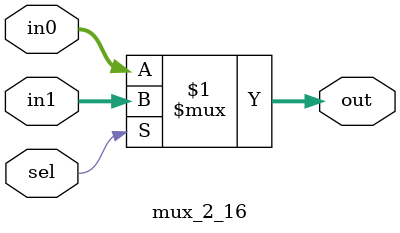
<source format=v>
module mux_2_16(sel, in0, in1, out);
	input sel;
	input [15:0] in0,in1;
	output [15:0] out;
	assign out = sel ? in1 : in0;
endmodule

</source>
